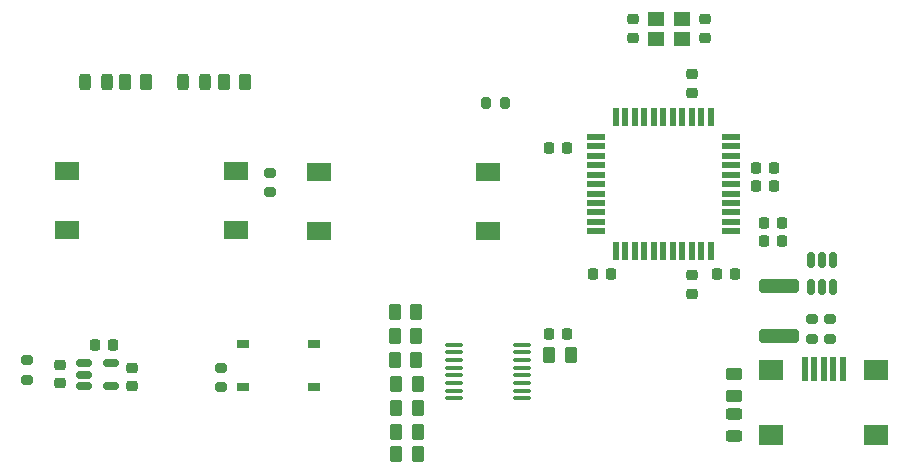
<source format=gbr>
%TF.GenerationSoftware,KiCad,Pcbnew,(7.0.0)*%
%TF.CreationDate,2023-04-20T22:31:55-06:00*%
%TF.ProjectId,Phase_B_PCB_Prototype,50686173-655f-4425-9f50-43425f50726f,rev?*%
%TF.SameCoordinates,Original*%
%TF.FileFunction,Paste,Top*%
%TF.FilePolarity,Positive*%
%FSLAX46Y46*%
G04 Gerber Fmt 4.6, Leading zero omitted, Abs format (unit mm)*
G04 Created by KiCad (PCBNEW (7.0.0)) date 2023-04-20 22:31:55*
%MOMM*%
%LPD*%
G01*
G04 APERTURE LIST*
G04 Aperture macros list*
%AMRoundRect*
0 Rectangle with rounded corners*
0 $1 Rounding radius*
0 $2 $3 $4 $5 $6 $7 $8 $9 X,Y pos of 4 corners*
0 Add a 4 corners polygon primitive as box body*
4,1,4,$2,$3,$4,$5,$6,$7,$8,$9,$2,$3,0*
0 Add four circle primitives for the rounded corners*
1,1,$1+$1,$2,$3*
1,1,$1+$1,$4,$5*
1,1,$1+$1,$6,$7*
1,1,$1+$1,$8,$9*
0 Add four rect primitives between the rounded corners*
20,1,$1+$1,$2,$3,$4,$5,0*
20,1,$1+$1,$4,$5,$6,$7,0*
20,1,$1+$1,$6,$7,$8,$9,0*
20,1,$1+$1,$8,$9,$2,$3,0*%
G04 Aperture macros list end*
%ADD10RoundRect,0.225000X-0.225000X-0.250000X0.225000X-0.250000X0.225000X0.250000X-0.225000X0.250000X0*%
%ADD11RoundRect,0.225000X-0.250000X0.225000X-0.250000X-0.225000X0.250000X-0.225000X0.250000X0.225000X0*%
%ADD12R,1.000000X0.700000*%
%ADD13R,1.400000X1.200000*%
%ADD14RoundRect,0.250000X0.262500X0.450000X-0.262500X0.450000X-0.262500X-0.450000X0.262500X-0.450000X0*%
%ADD15RoundRect,0.150000X-0.512500X-0.150000X0.512500X-0.150000X0.512500X0.150000X-0.512500X0.150000X0*%
%ADD16RoundRect,0.225000X0.225000X0.250000X-0.225000X0.250000X-0.225000X-0.250000X0.225000X-0.250000X0*%
%ADD17RoundRect,0.200000X-0.275000X0.200000X-0.275000X-0.200000X0.275000X-0.200000X0.275000X0.200000X0*%
%ADD18R,1.500000X0.550000*%
%ADD19R,0.550000X1.500000*%
%ADD20RoundRect,0.250000X-0.262500X-0.450000X0.262500X-0.450000X0.262500X0.450000X-0.262500X0.450000X0*%
%ADD21RoundRect,0.200000X-0.200000X-0.275000X0.200000X-0.275000X0.200000X0.275000X-0.200000X0.275000X0*%
%ADD22RoundRect,0.243750X-0.243750X-0.456250X0.243750X-0.456250X0.243750X0.456250X-0.243750X0.456250X0*%
%ADD23RoundRect,0.150000X0.150000X-0.512500X0.150000X0.512500X-0.150000X0.512500X-0.150000X-0.512500X0*%
%ADD24RoundRect,0.225000X0.250000X-0.225000X0.250000X0.225000X-0.250000X0.225000X-0.250000X-0.225000X0*%
%ADD25RoundRect,0.243750X0.456250X-0.243750X0.456250X0.243750X-0.456250X0.243750X-0.456250X-0.243750X0*%
%ADD26RoundRect,0.200000X0.275000X-0.200000X0.275000X0.200000X-0.275000X0.200000X-0.275000X-0.200000X0*%
%ADD27R,2.000000X1.500000*%
%ADD28RoundRect,0.250000X1.450000X-0.312500X1.450000X0.312500X-1.450000X0.312500X-1.450000X-0.312500X0*%
%ADD29RoundRect,0.250000X-0.450000X0.262500X-0.450000X-0.262500X0.450000X-0.262500X0.450000X0.262500X0*%
%ADD30RoundRect,0.100000X-0.637500X-0.100000X0.637500X-0.100000X0.637500X0.100000X-0.637500X0.100000X0*%
%ADD31R,2.000000X1.700000*%
%ADD32R,0.500000X2.000000*%
G04 APERTURE END LIST*
D10*
%TO.C,C9*%
X141719000Y-99822000D03*
X143269000Y-99822000D03*
%TD*%
D11*
%TO.C,C1*%
X136779000Y-81052000D03*
X136779000Y-82602000D03*
%TD*%
D12*
%TO.C,S3*%
X97615499Y-108512999D03*
X97615499Y-112212999D03*
X103615499Y-108512999D03*
X103615499Y-112212999D03*
%TD*%
D10*
%TO.C,C15*%
X123558000Y-107696000D03*
X125108000Y-107696000D03*
%TD*%
D11*
%TO.C,C14*%
X82169000Y-110284000D03*
X82169000Y-111834000D03*
%TD*%
D13*
%TO.C,Y1*%
X132630999Y-82676999D03*
X134830999Y-82676999D03*
X134830999Y-80976999D03*
X132630999Y-80976999D03*
%TD*%
D14*
%TO.C,R12*%
X110593500Y-117885000D03*
X112418500Y-117885000D03*
%TD*%
%TO.C,R11*%
X110593500Y-115951000D03*
X112418500Y-115951000D03*
%TD*%
D15*
%TO.C,U5*%
X84206500Y-110175000D03*
X84206500Y-111125000D03*
X84206500Y-112075000D03*
X86481500Y-112075000D03*
X86481500Y-110175000D03*
%TD*%
D14*
%TO.C,R9*%
X110593500Y-111887000D03*
X112418500Y-111887000D03*
%TD*%
D16*
%TO.C,C13*%
X86621500Y-108585000D03*
X85071500Y-108585000D03*
%TD*%
D10*
%TO.C,C3*%
X141719000Y-98298000D03*
X143269000Y-98298000D03*
%TD*%
%TO.C,C10*%
X141084000Y-95123000D03*
X142634000Y-95123000D03*
%TD*%
D17*
%TO.C,R17*%
X79375000Y-111569000D03*
X79375000Y-109919000D03*
%TD*%
D18*
%TO.C,U3*%
X138922999Y-98995999D03*
X138922999Y-98195999D03*
X138922999Y-97395999D03*
X138922999Y-96595999D03*
X138922999Y-95795999D03*
X138922999Y-94995999D03*
X138922999Y-94195999D03*
X138922999Y-93395999D03*
X138922999Y-92595999D03*
X138922999Y-91795999D03*
X138922999Y-90995999D03*
D19*
X137222999Y-89295999D03*
X136422999Y-89295999D03*
X135622999Y-89295999D03*
X134822999Y-89295999D03*
X134022999Y-89295999D03*
X133222999Y-89295999D03*
X132422999Y-89295999D03*
X131622999Y-89295999D03*
X130822999Y-89295999D03*
X130022999Y-89295999D03*
X129222999Y-89295999D03*
D18*
X127522999Y-90995999D03*
X127522999Y-91795999D03*
X127522999Y-92595999D03*
X127522999Y-93395999D03*
X127522999Y-94195999D03*
X127522999Y-94995999D03*
X127522999Y-95795999D03*
X127522999Y-96595999D03*
X127522999Y-97395999D03*
X127522999Y-98195999D03*
X127522999Y-98995999D03*
D19*
X129222999Y-100695999D03*
X130022999Y-100695999D03*
X130822999Y-100695999D03*
X131622999Y-100695999D03*
X132422999Y-100695999D03*
X133222999Y-100695999D03*
X134022999Y-100695999D03*
X134822999Y-100695999D03*
X135622999Y-100695999D03*
X136422999Y-100695999D03*
X137222999Y-100695999D03*
%TD*%
D10*
%TO.C,C7*%
X141084000Y-93599000D03*
X142634000Y-93599000D03*
%TD*%
D20*
%TO.C,R5*%
X125372500Y-109474000D03*
X123547500Y-109474000D03*
%TD*%
D21*
%TO.C,R2*%
X118174000Y-88138000D03*
X119824000Y-88138000D03*
%TD*%
D22*
%TO.C,D2*%
X84231000Y-86360000D03*
X86106000Y-86360000D03*
%TD*%
D17*
%TO.C,R1*%
X99949000Y-94044000D03*
X99949000Y-95694000D03*
%TD*%
D11*
%TO.C,C11*%
X135636000Y-102730000D03*
X135636000Y-104280000D03*
%TD*%
D23*
%TO.C,U4*%
X145730000Y-103694500D03*
X146680000Y-103694500D03*
X147630000Y-103694500D03*
X147630000Y-101419500D03*
X146680000Y-101419500D03*
X145730000Y-101419500D03*
%TD*%
D14*
%TO.C,R4*%
X89455000Y-86360000D03*
X87630000Y-86360000D03*
%TD*%
D24*
%TO.C,C12*%
X88259500Y-110538000D03*
X88259500Y-112088000D03*
%TD*%
D16*
%TO.C,C5*%
X128791000Y-102616000D03*
X127241000Y-102616000D03*
%TD*%
D25*
%TO.C,D3*%
X139187000Y-114446500D03*
X139187000Y-116321500D03*
%TD*%
D24*
%TO.C,C8*%
X135636000Y-87249000D03*
X135636000Y-85699000D03*
%TD*%
D22*
%TO.C,D1*%
X94397000Y-86360000D03*
X92522000Y-86360000D03*
%TD*%
D26*
%TO.C,R15*%
X147320000Y-106427000D03*
X147320000Y-108077000D03*
%TD*%
D27*
%TO.C,S1*%
X82765999Y-93892999D03*
X97065999Y-93892999D03*
X82765999Y-98892999D03*
X97065999Y-98892999D03*
%TD*%
D14*
%TO.C,R3*%
X95988500Y-86360000D03*
X97813500Y-86360000D03*
%TD*%
D28*
%TO.C,F1*%
X142997000Y-103594500D03*
X142997000Y-107869500D03*
%TD*%
D17*
%TO.C,R13*%
X95789500Y-112204000D03*
X95789500Y-110554000D03*
%TD*%
D16*
%TO.C,C6*%
X125108000Y-91948000D03*
X123558000Y-91948000D03*
%TD*%
D27*
%TO.C,S2*%
X104101999Y-93932999D03*
X118401999Y-93932999D03*
X104101999Y-98932999D03*
X118401999Y-98932999D03*
%TD*%
D14*
%TO.C,R7*%
X110490000Y-107823000D03*
X112315000Y-107823000D03*
%TD*%
D24*
%TO.C,C2*%
X130683000Y-82602000D03*
X130683000Y-81052000D03*
%TD*%
D29*
%TO.C,R14*%
X139187000Y-112935500D03*
X139187000Y-111110500D03*
%TD*%
D10*
%TO.C,C4*%
X137782000Y-102616000D03*
X139332000Y-102616000D03*
%TD*%
D14*
%TO.C,R8*%
X110490000Y-109855000D03*
X112315000Y-109855000D03*
%TD*%
D30*
%TO.C,U2*%
X115501500Y-108596000D03*
X115501500Y-109246000D03*
X115501500Y-109896000D03*
X115501500Y-110546000D03*
X115501500Y-111196000D03*
X115501500Y-111846000D03*
X115501500Y-112496000D03*
X115501500Y-113146000D03*
X121226500Y-113146000D03*
X121226500Y-112496000D03*
X121226500Y-111846000D03*
X121226500Y-111196000D03*
X121226500Y-110546000D03*
X121226500Y-109896000D03*
X121226500Y-109246000D03*
X121226500Y-108596000D03*
%TD*%
D14*
%TO.C,R6*%
X110490000Y-105791000D03*
X112315000Y-105791000D03*
%TD*%
D31*
%TO.C,J1*%
X151256999Y-116201999D03*
X151256999Y-110751999D03*
X142356999Y-116201999D03*
X142356999Y-110751999D03*
D32*
X148406999Y-110651999D03*
X147606999Y-110651999D03*
X146806999Y-110651999D03*
X146006999Y-110651999D03*
X145206999Y-110651999D03*
%TD*%
D14*
%TO.C,R10*%
X110593500Y-113919000D03*
X112418500Y-113919000D03*
%TD*%
D26*
%TO.C,R16*%
X145796000Y-106427000D03*
X145796000Y-108077000D03*
%TD*%
M02*

</source>
